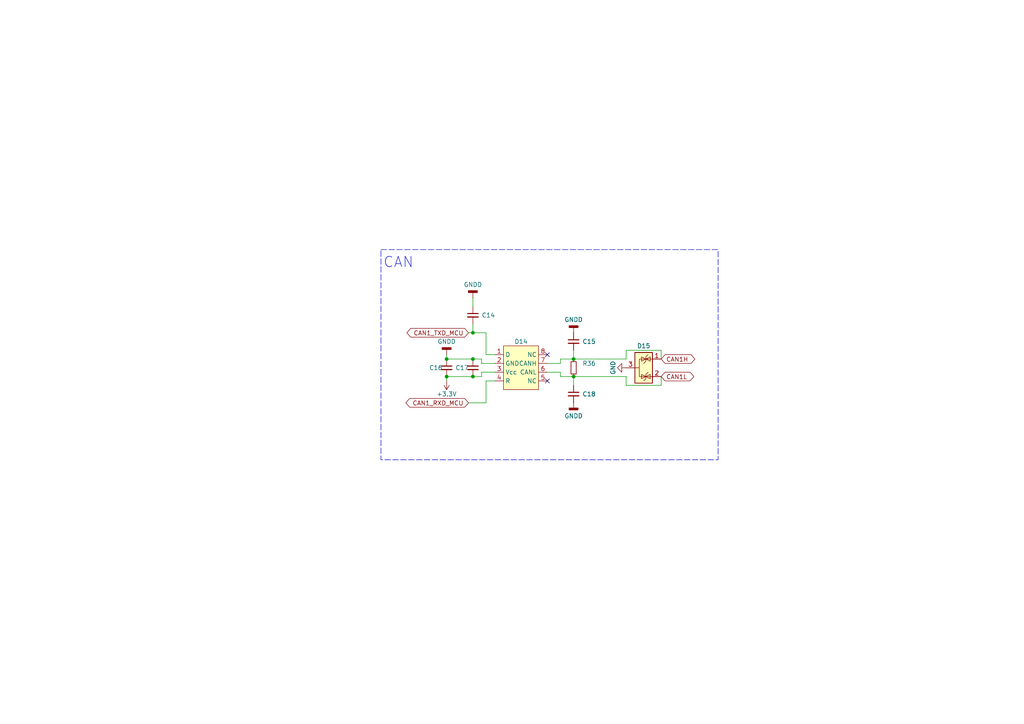
<source format=kicad_sch>
(kicad_sch (version 20231120) (generator "eeschema") (generator_version "8.0")
  (paper "A4")
  (lib_symbols
    (symbol "CAN_My:SIT65HVD232DR"
      (property "Reference" "D" (at 0 5.08 0))
      (property "Value" "SIT65HVD232DR" (at 0 2.54 0))
      (symbol "SIT65HVD232DR_1_1"
        (rectangle (start -5.08 0) (end 5.08 -12.7) (fill (type background)))
        (pin input line (at -7.62 -2.54 0) (length 2.54) (name "D") (number "1"))
        (pin input line (at -7.62 -5.08 0) (length 2.54) (name "GND") (number "2"))
        (pin input line (at -7.62 -7.62 0) (length 2.54) (name "Vcc") (number "3"))
        (pin input line (at -7.62 -10.16 0) (length 2.54) (name "R") (number "4"))
        (pin input line (at 7.62 -10.16 180) (length 2.54) (name "NC") (number "5"))
        (pin input line (at 7.62 -7.62 180) (length 2.54) (name "CANL") (number "6"))
        (pin input line (at 7.62 -5.08 180) (length 2.54) (name "CANH") (number "7"))
        (pin input line (at 7.62 -2.54 180) (length 2.54) (name "NC") (number "8"))
      )
    )
    (symbol "Device:C_Small" (pin_numbers hide) (pin_names (offset 0.254) hide)
      (property "Reference" "C" (at 0.254 1.778 0))
      (property "Value" "C_Small" (at 0.254 -2.032 0))
      (symbol "C_Small_0_1"
        (polyline (pts (xy -1.524 -0.508) (xy 1.524 -0.508)) (stroke (width 0.3302)))
        (polyline (pts (xy -1.524 0.508) (xy 1.524 0.508)) (stroke (width 0.3048)))
      )
      (symbol "C_Small_1_1"
        (pin passive line (at 0 2.54 270) (length 2.032) (name "~") (number "1"))
        (pin passive line (at 0 -2.54 90) (length 2.032) (name "~") (number "2"))
      )
    )
    (symbol "Device:R_Small" (pin_numbers hide) (pin_names (offset 0.254) hide)
      (property "Reference" "R" (at 0.762 0.508 0))
      (property "Value" "R_Small" (at 0.762 -1.016 0))
      (symbol "R_Small_0_1"
        (rectangle (start -0.762 1.778) (end 0.762 -1.778) (stroke (width 0.2032)))
      )
      (symbol "R_Small_1_1"
        (pin passive line (at 0 2.54 270) (length 0.762) (name "~") (number "1"))
        (pin passive line (at 0 -2.54 90) (length 0.762) (name "~") (number "2"))
      )
    )
    (symbol "Power_Protection:NUP2105L" (pin_names hide)
      (property "Reference" "D" (at 5.715 2.54 0))
      (property "Value" "NUP2105L" (at 5.715 0.635 0))
      (symbol "NUP2105L_0_0"
        (pin passive line (at 0 -5.08 90) (length 2.54) (name "A") (number "3"))
      )
      (symbol "NUP2105L_0_1"
        (rectangle (start -4.445 2.54) (end 4.445 -2.54) (stroke (width 0.254)) (fill (type background)))
        (polyline (pts (xy -2.54 2.54) (xy -2.54 0.635)))
        (polyline (pts (xy 0 -1.27) (xy 0 -2.54)))
        (polyline (pts (xy 2.54 2.54) (xy 2.54 0.635)))
        (polyline (pts (xy -3.81 1.27) (xy -3.175 0.635) (xy -1.905 0.635) (xy -1.27 0)))
        (polyline (pts (xy -2.54 0.635) (xy -2.54 -1.27) (xy 2.54 -1.27) (xy 2.54 0.635)))
        (polyline (pts (xy -2.54 0.635) (xy -1.905 -0.635) (xy -3.175 -0.635) (xy -2.54 0.635)))
        (polyline (pts (xy 2.54 0.635) (xy 1.905 -0.635) (xy 3.175 -0.635) (xy 2.54 0.635)))
        (polyline (pts (xy 2.54 0.635) (xy 3.175 1.905) (xy 1.905 1.905) (xy 2.54 0.635)))
        (polyline (pts (xy -2.54 0.635) (xy -3.175 1.905) (xy -1.905 1.905) (xy -2.54 0.635) (xy -2.54 1.27)))
        (polyline (pts (xy 1.27 1.27) (xy 1.905 0.635) (xy 2.54 0.635) (xy 3.175 0.635) (xy 3.81 0)))
      )
      (symbol "NUP2105L_1_1"
        (pin passive line (at -2.54 5.08 270) (length 2.54) (name "K") (number "1"))
        (pin passive line (at 2.54 5.08 270) (length 2.54) (name "K") (number "2"))
      )
    )
    (symbol "power:+3.3V" (power) (pin_names (offset 0))
      (property "Value" "+3.3V" (at 0 3.556 0))
      (symbol "+3.3V_0_1"
        (polyline (pts (xy -0.762 1.27) (xy 0 2.54)))
        (polyline (pts (xy 0 0) (xy 0 2.54)))
        (polyline (pts (xy 0 2.54) (xy 0.762 1.27)))
      )
      (symbol "+3.3V_1_1"
        (pin power_in line (at 0 0 90) (length 0) hide (name "+3.3V") (number "1"))
      )
    )
    (symbol "power:GND" (power) (pin_names (offset 0))
      (property "Value" "GND" (at 0 -3.81 0))
      (symbol "GND_0_1"
        (polyline (pts (xy 0 0) (xy 0 -1.27) (xy 1.27 -1.27) (xy 0 -2.54) (xy -1.27 -1.27) (xy 0 -1.27)))
      )
      (symbol "GND_1_1"
        (pin power_in line (at 0 0 270) (length 0) hide (name "GND") (number "1"))
      )
    )
    (symbol "power:GNDD" (power) (pin_numbers hide) (pin_names (offset 0) hide)
      (property "Value" "GNDD" (at 0 -3.175 0))
      (symbol "GNDD_0_1"
        (rectangle (start -1.27 -1.524) (end 1.27 -2.032) (stroke (width 0.254)) (fill (type outline)))
        (polyline (pts (xy 0 0) (xy 0 -1.524)))
      )
      (symbol "GNDD_1_1"
        (pin power_in line (at 0 0 270) (length 0) (name "~") (number "1"))
      )
    )
  )
  (junction (at 166.37 104.14))
  (junction (at 166.37 109.22))
  (junction (at 129.54 104.14))
  (junction (at 137.16 109.22))
  (junction (at 137.16 96.52))
  (junction (at 129.54 109.22))
  (junction (at 137.16 104.14))
  (no_connect (at 158.75 110.49))
  (no_connect (at 158.75 102.87))
  (wire (pts (xy 162.56 105.41) (xy 162.56 104.14)))
  (wire (pts (xy 140.97 96.52) (xy 140.97 102.87)))
  (wire (pts (xy 139.7 104.14) (xy 139.7 105.41)))
  (wire (pts (xy 137.16 96.52) (xy 140.97 96.52)))
  (wire (pts (xy 191.77 101.6) (xy 181.61 101.6)))
  (wire (pts (xy 181.61 101.6) (xy 181.61 104.14)))
  (wire (pts (xy 140.97 110.49) (xy 143.51 110.49)))
  (wire (pts (xy 162.56 107.95) (xy 162.56 109.22)))
  (wire (pts (xy 191.77 111.76) (xy 181.61 111.76)))
  (wire (pts (xy 135.89 96.52) (xy 137.16 96.52)))
  (wire (pts (xy 137.16 93.98) (xy 137.16 96.52)))
  (wire (pts (xy 158.75 105.41) (xy 162.56 105.41)))
  (wire (pts (xy 139.7 107.95) (xy 143.51 107.95)))
  (wire (pts (xy 166.37 109.22) (xy 181.61 109.22)))
  (wire (pts (xy 143.51 102.87) (xy 140.97 102.87)))
  (wire (pts (xy 137.16 109.22) (xy 139.7 109.22)))
  (wire (pts (xy 140.97 116.84) (xy 140.97 110.49)))
  (wire (pts (xy 135.89 116.84) (xy 140.97 116.84)))
  (wire (pts (xy 181.61 111.76) (xy 181.61 109.22)))
  (wire (pts (xy 139.7 105.41) (xy 143.51 105.41)))
  (wire (pts (xy 129.54 104.14) (xy 137.16 104.14)))
  (wire (pts (xy 191.77 104.14) (xy 191.77 101.6)))
  (wire (pts (xy 166.37 101.6) (xy 166.37 104.14)))
  (wire (pts (xy 162.56 104.14) (xy 166.37 104.14)))
  (wire (pts (xy 129.54 102.87) (xy 129.54 104.14)))
  (wire (pts (xy 162.56 109.22) (xy 166.37 109.22)))
  (wire (pts (xy 158.75 107.95) (xy 162.56 107.95)))
  (wire (pts (xy 137.16 104.14) (xy 139.7 104.14)))
  (wire (pts (xy 166.37 109.22) (xy 166.37 111.76)))
  (wire (pts (xy 129.54 109.22) (xy 129.54 110.49)))
  (wire (pts (xy 191.77 109.22) (xy 191.77 111.76)))
  (wire (pts (xy 137.16 86.36) (xy 137.16 88.9)))
  (wire (pts (xy 139.7 109.22) (xy 139.7 107.95)))
  (wire (pts (xy 166.37 104.14) (xy 181.61 104.14)))
  (wire (pts (xy 129.54 109.22) (xy 137.16 109.22)))
  (rectangle (start 110.49 72.39) (end 208.28 133.35) (stroke (width 0) (type dash)))
  (text "CAN" (at 115.57 76.2 0) (effects (font (size 3 3))))
  (global_label "CAN1_TXD_MCU" (shape bidirectional) (at 135.89 96.52 180) (property "Intersheetrefs" "${INTERSHEET_REFS}" (effects (hide yes))))
  (global_label "CAN1_RXD_MCU" (shape bidirectional) (at 135.89 116.84 180) (property "Intersheetrefs" "${INTERSHEET_REFS}" (effects (hide yes))))
  (global_label "CAN1H" (shape bidirectional) (at 191.77 104.14 0) (property "Intersheetrefs" "${INTERSHEET_REFS}" (effects (hide yes))))
  (global_label "CAN1L" (shape bidirectional) (at 191.77 109.22 0) (property "Intersheetrefs" "${INTERSHEET_REFS}" (effects (hide yes))))
  (symbol (lib_id "Power_Protection:NUP2105L") (at 186.69 106.68 270) (unit 1)
    (property "Reference" "D15" (at 186.69 100.33 90))
    (property "Value" "PESD2CAN" (effects (hide yes)))
    (property "Footprint" "Package_TO_SOT_SMD:SOT-23" (effects (hide yes)))
    (property "Datasheet" "http://www.onsemi.com/pub_link/Collateral/NUP2105L-D.PDF" (effects (hide yes)))
  )
  (symbol (lib_id "power:GND") (at 181.61 106.68 270) (unit 1)
    (property "Reference" "#PWR072" (effects (hide yes)))
    (property "Value" "GND" (at 177.8 106.68 0))
  )
  (symbol (lib_id "power:GNDD") (at 166.37 96.52 180) (unit 1)
    (property "Reference" "#PWR071" (effects (hide yes)))
    (property "Value" "GNDD" (at 166.37 92.71 0))
    (property "Description" "Power symbol creates a global label with name \"GNDD\" , digital ground" (effects (hide yes)))
  )
  (symbol (lib_id "Device:R_Small") (at 166.37 106.68 180) (unit 1)
    (property "Reference" "R36" (at 168.91 105.41 0) (effects (justify right)))
    (property "Value" "120" (effects (hide yes)))
    (property "Footprint" "Resistor_SMD:R_0603_1608Metric_Pad0.98x0.95mm_HandSolder" (effects (hide yes)))
  )
  (symbol (lib_id "Device:C_Small") (at 166.37 114.3 0) (unit 1)
    (property "Reference" "C18" (at 168.91 114.3 0) (effects (justify left)))
    (property "Value" "56p" (effects (hide yes)))
    (property "Footprint" "Capacitor_SMD:C_0603_1608Metric_Pad1.08x0.95mm_HandSolder" (effects (hide yes)))
  )
  (symbol (lib_id "Device:C_Small") (at 137.16 106.68 0) (unit 1)
    (property "Reference" "C17" (at 132.08 106.68 0) (effects (justify left)))
    (property "Value" "1u" (effects (hide yes)))
    (property "Footprint" "Capacitor_SMD:C_0603_1608Metric_Pad1.08x0.95mm_HandSolder" (effects (hide yes)))
  )
  (symbol (lib_id "Device:C_Small") (at 166.37 99.06 0) (unit 1)
    (property "Reference" "C15" (at 168.91 99.06 0) (effects (justify left)))
    (property "Value" "56p" (effects (hide yes)))
    (property "Footprint" "Capacitor_SMD:C_0603_1608Metric_Pad1.08x0.95mm_HandSolder" (effects (hide yes)))
  )
  (symbol (lib_id "Device:C_Small") (at 137.16 91.44 0) (unit 1)
    (property "Reference" "C14" (at 139.7 91.44 0) (effects (justify left)))
    (property "Value" "56p" (effects (hide yes)))
    (property "Footprint" "Capacitor_SMD:C_0603_1608Metric_Pad1.08x0.95mm_HandSolder" (effects (hide yes)))
  )
  (symbol (lib_id "power:GNDD") (at 166.37 116.84 0) (unit 1)
    (property "Reference" "#PWR063" (effects (hide yes)))
    (property "Value" "GNDD" (at 166.37 120.65 0))
    (property "Description" "Power symbol creates a global label with name \"GNDD\" , digital ground" (effects (hide yes)))
  )
  (symbol (lib_id "power:GNDD") (at 137.16 86.36 180) (unit 1)
    (property "Reference" "#PWR064" (effects (hide yes)))
    (property "Value" "GNDD" (at 137.16 82.55 0))
    (property "Description" "Power symbol creates a global label with name \"GNDD\" , digital ground" (effects (hide yes)))
  )
  (symbol (lib_id "power:GNDD") (at 129.54 102.87 180) (unit 1)
    (property "Reference" "#PWR074" (effects (hide yes)))
    (property "Value" "GNDD" (at 129.54 99.06 0))
    (property "Description" "Power symbol creates a global label with name \"GNDD\" , digital ground" (effects (hide yes)))
  )
  (symbol (lib_id "CAN_My:SIT65HVD232DR") (at 151.13 100.33 0) (unit 1)
    (property "Reference" "D14" (at 151.13 99.06 0))
    (property "Value" "SIT65HVD232DR" (effects (hide yes)))
    (property "Footprint" "Package_SO:SOIC-8_3.9x4.9mm_P1.27mm" (effects (hide yes)))
  )
  (symbol (lib_id "power:+3.3V") (at 129.54 110.49 180) (unit 1)
    (property "Reference" "#PWR073" (effects (hide yes)))
    (property "Value" "+3.3V" (at 129.54 114.3 0))
  )
  (symbol (lib_id "Device:C_Small") (at 129.54 106.68 0) (unit 1)
    (property "Reference" "C16" (at 124.46 106.68 0) (effects (justify left)))
    (property "Value" "1u" (effects (hide yes)))
    (property "Footprint" "Capacitor_SMD:C_0603_1608Metric_Pad1.08x0.95mm_HandSolder" (effects (hide yes)))
  )
)
</source>
